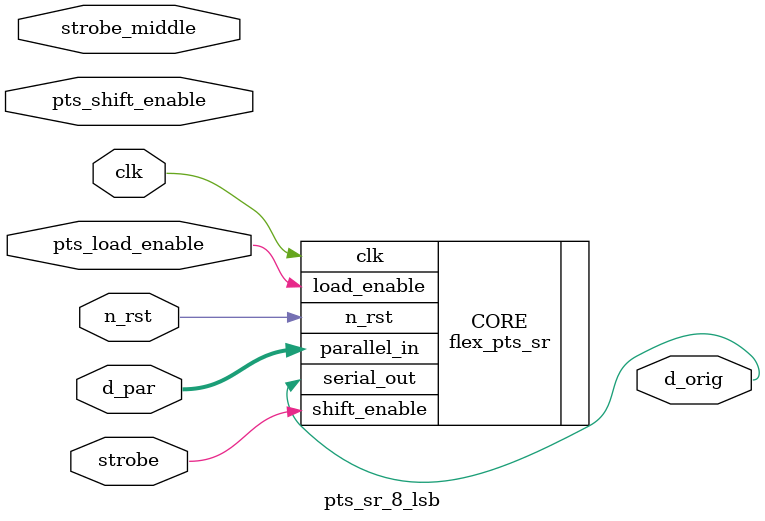
<source format=sv>
module pts_sr_8_lsb
(
  input logic clk,
  input logic n_rst,
  input logic strobe,
  input logic strobe_middle,
  input logic [7:0] d_par,
  input logic pts_load_enable,
  input logic pts_shift_enable,
  output logic d_orig 
);

  flex_pts_sr #(
    .NUM_BITS(8),
    .SHIFT_MSB(0)
  )
  CORE(
    .clk(clk),
    .n_rst(n_rst),
    .parallel_in(d_par),
    .load_enable(pts_load_enable),
    .shift_enable(strobe),
    .serial_out(d_orig)
  );

endmodule

</source>
